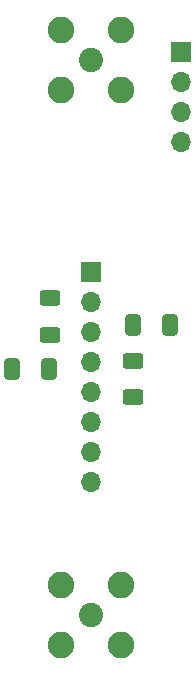
<source format=gbr>
%TF.GenerationSoftware,KiCad,Pcbnew,7.0.5*%
%TF.CreationDate,2023-06-23T15:01:08-05:00*%
%TF.ProjectId,Single.Channel.Amp,53696e67-6c65-42e4-9368-616e6e656c2e,rev?*%
%TF.SameCoordinates,Original*%
%TF.FileFunction,Soldermask,Top*%
%TF.FilePolarity,Negative*%
%FSLAX46Y46*%
G04 Gerber Fmt 4.6, Leading zero omitted, Abs format (unit mm)*
G04 Created by KiCad (PCBNEW 7.0.5) date 2023-06-23 15:01:08*
%MOMM*%
%LPD*%
G01*
G04 APERTURE LIST*
G04 Aperture macros list*
%AMRoundRect*
0 Rectangle with rounded corners*
0 $1 Rounding radius*
0 $2 $3 $4 $5 $6 $7 $8 $9 X,Y pos of 4 corners*
0 Add a 4 corners polygon primitive as box body*
4,1,4,$2,$3,$4,$5,$6,$7,$8,$9,$2,$3,0*
0 Add four circle primitives for the rounded corners*
1,1,$1+$1,$2,$3*
1,1,$1+$1,$4,$5*
1,1,$1+$1,$6,$7*
1,1,$1+$1,$8,$9*
0 Add four rect primitives between the rounded corners*
20,1,$1+$1,$2,$3,$4,$5,0*
20,1,$1+$1,$4,$5,$6,$7,0*
20,1,$1+$1,$6,$7,$8,$9,0*
20,1,$1+$1,$8,$9,$2,$3,0*%
G04 Aperture macros list end*
%ADD10RoundRect,0.250000X0.625000X-0.400000X0.625000X0.400000X-0.625000X0.400000X-0.625000X-0.400000X0*%
%ADD11R,1.700000X1.700000*%
%ADD12O,1.700000X1.700000*%
%ADD13C,2.050000*%
%ADD14C,2.250000*%
%ADD15RoundRect,0.250000X-0.412500X-0.650000X0.412500X-0.650000X0.412500X0.650000X-0.412500X0.650000X0*%
%ADD16RoundRect,0.250000X-0.625000X0.400000X-0.625000X-0.400000X0.625000X-0.400000X0.625000X0.400000X0*%
%ADD17RoundRect,0.250000X0.412500X0.650000X-0.412500X0.650000X-0.412500X-0.650000X0.412500X-0.650000X0*%
G04 APERTURE END LIST*
D10*
%TO.C,R3*%
X68540000Y-48600000D03*
X68540000Y-45500000D03*
%TD*%
D11*
%TO.C,J3*%
X72620000Y-19370000D03*
D12*
X72620000Y-21910000D03*
X72620000Y-24450000D03*
X72620000Y-26990000D03*
%TD*%
D13*
%TO.C,J4*%
X65000000Y-67000000D03*
D14*
X62460000Y-64460000D03*
X62460000Y-69540000D03*
X67540000Y-64460000D03*
X67540000Y-69540000D03*
%TD*%
D15*
%TO.C,C4*%
X68552500Y-42465000D03*
X71677500Y-42465000D03*
%TD*%
D13*
%TO.C,J5*%
X65000000Y-20000000D03*
D14*
X62460000Y-17460000D03*
X62460000Y-22540000D03*
X67540000Y-17460000D03*
X67540000Y-22540000D03*
%TD*%
D16*
%TO.C,R4*%
X61510000Y-40190000D03*
X61510000Y-43290000D03*
%TD*%
D17*
%TO.C,C3*%
X61472500Y-46185000D03*
X58347500Y-46185000D03*
%TD*%
D11*
%TO.C,J2*%
X65000000Y-38000000D03*
D12*
X65000000Y-40540000D03*
X65000000Y-43080000D03*
X65000000Y-45620000D03*
X65000000Y-48160000D03*
X65000000Y-50700000D03*
X65000000Y-53240000D03*
X65000000Y-55780000D03*
%TD*%
M02*

</source>
